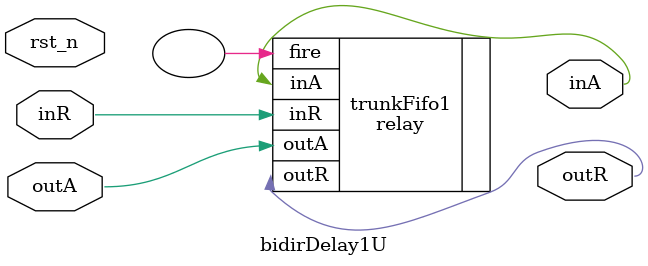
<source format=v>

`timescale 1ns / 1ps

module bidirDelay1U(inR, inA, outR, outA, rst_n);
	
	input	inR, outA, rst_n;
	output	outR, inA;
	relay trunkFifo1(
            .inR(inR), 
            .inA(inA), 
            .outR(outR), 
            .outA(outA), 
            .fire());
endmodule

</source>
